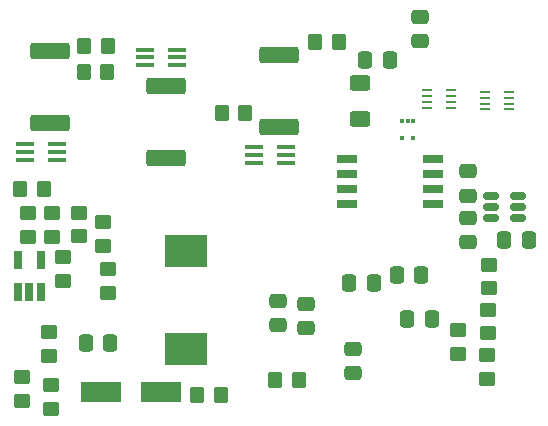
<source format=gbr>
%TF.GenerationSoftware,KiCad,Pcbnew,(6.0.2)*%
%TF.CreationDate,2022-05-11T05:14:46-07:00*%
%TF.ProjectId,InsulinCoolerBoard,496e7375-6c69-46e4-936f-6f6c6572426f,rev?*%
%TF.SameCoordinates,Original*%
%TF.FileFunction,Paste,Bot*%
%TF.FilePolarity,Positive*%
%FSLAX46Y46*%
G04 Gerber Fmt 4.6, Leading zero omitted, Abs format (unit mm)*
G04 Created by KiCad (PCBNEW (6.0.2)) date 2022-05-11 05:14:46*
%MOMM*%
%LPD*%
G01*
G04 APERTURE LIST*
G04 Aperture macros list*
%AMRoundRect*
0 Rectangle with rounded corners*
0 $1 Rounding radius*
0 $2 $3 $4 $5 $6 $7 $8 $9 X,Y pos of 4 corners*
0 Add a 4 corners polygon primitive as box body*
4,1,4,$2,$3,$4,$5,$6,$7,$8,$9,$2,$3,0*
0 Add four circle primitives for the rounded corners*
1,1,$1+$1,$2,$3*
1,1,$1+$1,$4,$5*
1,1,$1+$1,$6,$7*
1,1,$1+$1,$8,$9*
0 Add four rect primitives between the rounded corners*
20,1,$1+$1,$2,$3,$4,$5,0*
20,1,$1+$1,$4,$5,$6,$7,0*
20,1,$1+$1,$6,$7,$8,$9,0*
20,1,$1+$1,$8,$9,$2,$3,0*%
G04 Aperture macros list end*
%ADD10RoundRect,0.250000X-0.450000X0.350000X-0.450000X-0.350000X0.450000X-0.350000X0.450000X0.350000X0*%
%ADD11RoundRect,0.250000X-0.350000X-0.450000X0.350000X-0.450000X0.350000X0.450000X-0.350000X0.450000X0*%
%ADD12R,3.500000X1.800000*%
%ADD13RoundRect,0.062500X-0.325000X-0.062500X0.325000X-0.062500X0.325000X0.062500X-0.325000X0.062500X0*%
%ADD14RoundRect,0.150000X-0.512500X-0.150000X0.512500X-0.150000X0.512500X0.150000X-0.512500X0.150000X0*%
%ADD15R,0.650000X1.560000*%
%ADD16RoundRect,0.250000X0.475000X-0.337500X0.475000X0.337500X-0.475000X0.337500X-0.475000X-0.337500X0*%
%ADD17RoundRect,0.250000X-0.475000X0.337500X-0.475000X-0.337500X0.475000X-0.337500X0.475000X0.337500X0*%
%ADD18RoundRect,0.250000X0.350000X0.450000X-0.350000X0.450000X-0.350000X-0.450000X0.350000X-0.450000X0*%
%ADD19RoundRect,0.250000X-0.337500X-0.475000X0.337500X-0.475000X0.337500X0.475000X-0.337500X0.475000X0*%
%ADD20R,0.300000X0.450000*%
%ADD21R,1.500000X0.400000*%
%ADD22RoundRect,0.250000X0.337500X0.475000X-0.337500X0.475000X-0.337500X-0.475000X0.337500X-0.475000X0*%
%ADD23RoundRect,0.250000X-0.625000X0.400000X-0.625000X-0.400000X0.625000X-0.400000X0.625000X0.400000X0*%
%ADD24RoundRect,0.249999X-1.425001X0.450001X-1.425001X-0.450001X1.425001X-0.450001X1.425001X0.450001X0*%
%ADD25RoundRect,0.250000X0.450000X-0.350000X0.450000X0.350000X-0.450000X0.350000X-0.450000X-0.350000X0*%
%ADD26R,3.600000X2.700000*%
%ADD27R,1.700000X0.650000*%
%ADD28RoundRect,0.249999X1.425001X-0.450001X1.425001X0.450001X-1.425001X0.450001X-1.425001X-0.450001X0*%
G04 APERTURE END LIST*
D10*
%TO.C,R20*%
X138328400Y-87493600D03*
X138328400Y-89493600D03*
%TD*%
%TO.C,R21*%
X138277600Y-91303600D03*
X138277600Y-93303600D03*
%TD*%
%TO.C,R24*%
X138125200Y-95164400D03*
X138125200Y-97164400D03*
%TD*%
D11*
%TO.C,R39*%
X113646200Y-98526600D03*
X115646200Y-98526600D03*
%TD*%
D10*
%TO.C,R34*%
X102260400Y-86858600D03*
X102260400Y-88858600D03*
%TD*%
D12*
%TO.C,D4*%
X105519800Y-98257400D03*
X110519800Y-98257400D03*
%TD*%
D11*
%TO.C,R26*%
X115687600Y-74676000D03*
X117687600Y-74676000D03*
%TD*%
D13*
%TO.C,U6*%
X133113700Y-74216500D03*
X133113700Y-73716500D03*
X133113700Y-73216500D03*
X133113700Y-72716500D03*
X135088700Y-72716500D03*
X135088700Y-73216500D03*
X135088700Y-73716500D03*
X135088700Y-74216500D03*
%TD*%
D10*
%TO.C,R9*%
X98806000Y-97018600D03*
X98806000Y-99018600D03*
%TD*%
D14*
%TO.C,U16*%
X138511700Y-83525400D03*
X138511700Y-82575400D03*
X138511700Y-81625400D03*
X140786700Y-81625400D03*
X140786700Y-82575400D03*
X140786700Y-83525400D03*
%TD*%
D15*
%TO.C,U15*%
X100365600Y-89818200D03*
X99415600Y-89818200D03*
X98465600Y-89818200D03*
X98465600Y-87118200D03*
X100365600Y-87118200D03*
%TD*%
D16*
%TO.C,C6*%
X122869299Y-92857701D03*
X122869299Y-90782701D03*
%TD*%
D13*
%TO.C,U18*%
X138009582Y-74341600D03*
X138009582Y-73841600D03*
X138009582Y-73341600D03*
X138009582Y-72841600D03*
X139984582Y-72841600D03*
X139984582Y-73341600D03*
X139984582Y-73841600D03*
X139984582Y-74341600D03*
%TD*%
D17*
%TO.C,C5*%
X126847299Y-94592701D03*
X126847299Y-96667701D03*
%TD*%
D18*
%TO.C,R25*%
X106079800Y-68986400D03*
X104079800Y-68986400D03*
%TD*%
D19*
%TO.C,C18*%
X130509100Y-88315800D03*
X132584100Y-88315800D03*
%TD*%
%TO.C,C10*%
X126492000Y-89027000D03*
X128567000Y-89027000D03*
%TD*%
D11*
%TO.C,R17*%
X98634800Y-81051400D03*
X100634800Y-81051400D03*
%TD*%
D20*
%TO.C,U2*%
X130934000Y-75338500D03*
X131434000Y-75338500D03*
X131934000Y-75338500D03*
X131934000Y-76738500D03*
X130934000Y-76738500D03*
%TD*%
D21*
%TO.C,U10*%
X109236200Y-70569200D03*
X109236200Y-69919200D03*
X109236200Y-69269200D03*
X111896200Y-69269200D03*
X111896200Y-69919200D03*
X111896200Y-70569200D03*
%TD*%
%TO.C,U11*%
X121116400Y-77549600D03*
X121116400Y-78199600D03*
X121116400Y-78849600D03*
X118456400Y-78849600D03*
X118456400Y-78199600D03*
X118456400Y-77549600D03*
%TD*%
D22*
%TO.C,C11*%
X141677300Y-85394800D03*
X139602300Y-85394800D03*
%TD*%
D10*
%TO.C,R8*%
X101219000Y-97679000D03*
X101219000Y-99679000D03*
%TD*%
%TO.C,R7*%
X106095800Y-87858600D03*
X106095800Y-89858600D03*
%TD*%
D16*
%TO.C,C9*%
X132511800Y-68576100D03*
X132511800Y-66501100D03*
%TD*%
D19*
%TO.C,C12*%
X127838200Y-70129400D03*
X129913200Y-70129400D03*
%TD*%
D11*
%TO.C,R1*%
X120218200Y-97282000D03*
X122218200Y-97282000D03*
%TD*%
D21*
%TO.C,U9*%
X101736200Y-77288200D03*
X101736200Y-77938200D03*
X101736200Y-78588200D03*
X99076200Y-78588200D03*
X99076200Y-77938200D03*
X99076200Y-77288200D03*
%TD*%
D17*
%TO.C,C7*%
X120456299Y-90528701D03*
X120456299Y-92603701D03*
%TD*%
D23*
%TO.C,R4*%
X127381000Y-72084600D03*
X127381000Y-75184600D03*
%TD*%
D17*
%TO.C,C13*%
X136550400Y-83493700D03*
X136550400Y-85568700D03*
%TD*%
D10*
%TO.C,R30*%
X99314000Y-83140800D03*
X99314000Y-85140800D03*
%TD*%
D24*
%TO.C,R16*%
X120548400Y-69746400D03*
X120548400Y-75846400D03*
%TD*%
D22*
%TO.C,C8*%
X133472799Y-92057101D03*
X131397799Y-92057101D03*
%TD*%
D16*
%TO.C,C14*%
X136575800Y-81631700D03*
X136575800Y-79556700D03*
%TD*%
D25*
%TO.C,R2*%
X135737600Y-95005400D03*
X135737600Y-93005400D03*
%TD*%
D11*
%TO.C,R22*%
X104029000Y-71145400D03*
X106029000Y-71145400D03*
%TD*%
D19*
%TO.C,C21*%
X104169300Y-94107000D03*
X106244300Y-94107000D03*
%TD*%
D25*
%TO.C,R33*%
X101066600Y-95183200D03*
X101066600Y-93183200D03*
%TD*%
D26*
%TO.C,L3*%
X112642600Y-94584200D03*
X112642600Y-86284200D03*
%TD*%
D27*
%TO.C,U22*%
X133573899Y-78553701D03*
X133573899Y-79823701D03*
X133573899Y-81093701D03*
X133573899Y-82363701D03*
X126273899Y-82363701D03*
X126273899Y-81093701D03*
X126273899Y-79823701D03*
X126273899Y-78553701D03*
%TD*%
D18*
%TO.C,R29*%
X125637800Y-68605400D03*
X123637800Y-68605400D03*
%TD*%
D28*
%TO.C,R15*%
X111023400Y-78481000D03*
X111023400Y-72381000D03*
%TD*%
D25*
%TO.C,R6*%
X103606600Y-85074000D03*
X103606600Y-83074000D03*
%TD*%
D24*
%TO.C,R12*%
X101193600Y-69365400D03*
X101193600Y-75465400D03*
%TD*%
D25*
%TO.C,R31*%
X101371400Y-85140800D03*
X101371400Y-83140800D03*
%TD*%
%TO.C,R5*%
X105689400Y-85886800D03*
X105689400Y-83886800D03*
%TD*%
M02*

</source>
